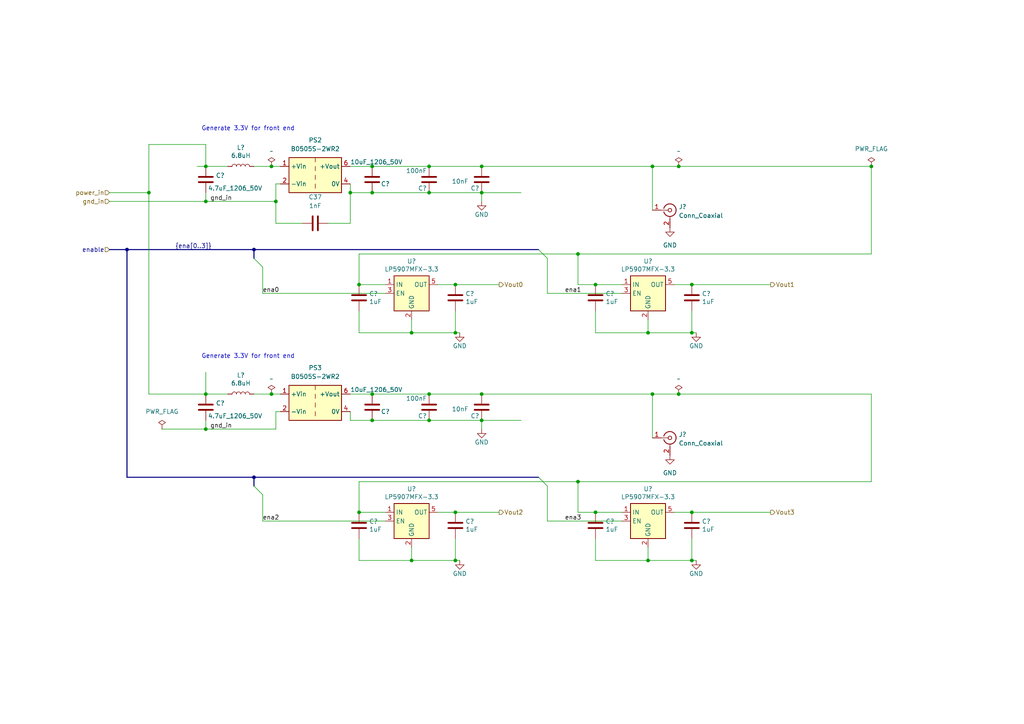
<source format=kicad_sch>
(kicad_sch (version 20230121) (generator eeschema)
  (paper "A4")
  (lib_symbols
    (symbol "0JLC-6:10uF_1206_50V" (pin_numbers hide) (pin_names (offset 0.254))
      (property "Reference" "C" (at 0.635 2.54 0))
      (property "Value" "10uF_1206_50V" (at 0.635 -2.54 0))
      (symbol "10uF_1206_50V_0_1"
        (polyline (pts (xy -2.032 -0.762) (xy 2.032 -0.762)) (stroke (width 0.508)))
        (polyline (pts (xy -2.032 0.762) (xy 2.032 0.762)) (stroke (width 0.508)))
      )
      (symbol "10uF_1206_50V_1_1"
        (pin passive line (at 0 3.81 270) (length 2.794) (name "~") (number "1"))
        (pin passive line (at 0 -3.81 90) (length 2.794) (name "~") (number "2"))
      )
    )
    (symbol "0JLC-6:1uF" (pin_numbers hide) (pin_names (offset 0.254))
      (property "Reference" "C" (at 0.635 2.54 0))
      (property "Value" "1uF" (at 0.635 -2.54 0))
      (symbol "1uF_0_1"
        (polyline (pts (xy -2.032 -0.762) (xy 2.032 -0.762)) (stroke (width 0.508)))
        (polyline (pts (xy -2.032 0.762) (xy 2.032 0.762)) (stroke (width 0.508)))
      )
      (symbol "1uF_1_1"
        (pin passive line (at 0 3.81 270) (length 2.794) (name "~") (number "1"))
        (pin passive line (at 0 -3.81 90) (length 2.794) (name "~") (number "2"))
      )
    )
    (symbol "0JLC-6:4.7uF_1206_50V" (pin_numbers hide) (pin_names (offset 0.254))
      (property "Reference" "C" (at 0.635 2.54 0))
      (property "Value" "4.7uF_1206_50V" (at 0.635 -2.54 0))
      (symbol "4.7uF_1206_50V_0_1"
        (polyline (pts (xy -2.032 -0.762) (xy 2.032 -0.762)) (stroke (width 0.508)))
        (polyline (pts (xy -2.032 0.762) (xy 2.032 0.762)) (stroke (width 0.508)))
      )
      (symbol "4.7uF_1206_50V_1_1"
        (pin passive line (at 0 3.81 270) (length 2.794) (name "~") (number "1"))
        (pin passive line (at 0 -3.81 90) (length 2.794) (name "~") (number "2"))
      )
    )
    (symbol "0JLC-6:C" (pin_numbers hide) (pin_names (offset 0.254))
      (property "Reference" "C" (at 0.635 2.54 0))
      (property "Value" "C" (at 0.635 -2.54 0))
      (symbol "C_0_1"
        (polyline (pts (xy -2.032 -0.762) (xy 2.032 -0.762)) (stroke (width 0.508)))
        (polyline (pts (xy -2.032 0.762) (xy 2.032 0.762)) (stroke (width 0.508)))
      )
      (symbol "C_1_1"
        (pin passive line (at 0 3.81 270) (length 2.794) (name "~") (number "1"))
        (pin passive line (at 0 -3.81 90) (length 2.794) (name "~") (number "2"))
      )
    )
    (symbol "0JLC-6:LP5907MFX-3.3"
      (property "Reference" "U" (at -3.81 6.35 0))
      (property "Value" "LP5907MFX-3.3" (at 6.35 6.35 0))
      (symbol "LP5907MFX-3.3_0_1"
        (rectangle (start -5.08 -5.08) (end 5.08 5.08) (stroke (width 0.254)) (fill (type background)))
        (pin power_in line (at -7.62 2.54 0) (length 2.54) (name "IN") (number "1"))
        (pin power_in line (at 0 -7.62 90) (length 2.54) (name "GND") (number "2"))
        (pin input line (at -7.62 0 0) (length 2.54) (name "EN") (number "3"))
        (pin no_connect line (at 5.08 0 180) (length 2.54) hide (name "NC") (number "4"))
        (pin power_out line (at 7.62 2.54 180) (length 2.54) (name "OUT") (number "5"))
      )
    )
    (symbol "0JLC-7:100nF" (pin_numbers hide) (pin_names (offset 0.254))
      (property "Reference" "C8" (at -3.81 -1.2701 0))
      (property "Value" "100nF" (at -3.81 1.2699 0))
      (symbol "100nF_0_1"
        (polyline (pts (xy -2.032 -0.762) (xy 2.032 -0.762)) (stroke (width 0.508)))
        (polyline (pts (xy -2.032 0.762) (xy 2.032 0.762)) (stroke (width 0.508)))
      )
      (symbol "100nF_1_1"
        (pin passive line (at 0 3.81 270) (length 2.794) (name "~") (number "1"))
        (pin passive line (at 0 -3.81 90) (length 2.794) (name "~") (number "2"))
      )
    )
    (symbol "0JLC-7:B0505S-2WR2"
      (property "Reference" "PS?" (at 0 9.3218 0))
      (property "Value" "B0505S-2WR2" (at 0 7.0104 0))
      (symbol "B0505S-2WR2_0_1"
        (rectangle (start -7.62 5.08) (end 7.62 -5.08) (stroke (width 0.254)) (fill (type background)))
        (polyline (pts (xy 0 -2.54) (xy 0 -3.81)))
        (polyline (pts (xy 0 0) (xy 0 -1.27)))
        (polyline (pts (xy 0 2.54) (xy 0 1.27)))
        (polyline (pts (xy 0 5.08) (xy 0 3.81)))
      )
      (symbol "B0505S-2WR2_1_0"
        (pin power_in line (at -10.16 2.54 0) (length 2.54) (name "+Vin") (number "1"))
        (pin power_in line (at -10.16 -2.54 0) (length 2.54) (name "-Vin") (number "2"))
        (pin power_out line (at 10.16 -2.54 180) (length 2.54) (name "0V") (number "4"))
        (pin power_out line (at 10.16 2.54 180) (length 2.54) (name "+Vout") (number "6"))
      )
    )
    (symbol "0JLC-7:L_6.8uH_NLCV32T" (pin_numbers hide) (pin_names (offset 1.016) hide)
      (property "Reference" "L?" (at 0 5.08 0))
      (property "Value" "6.8uH" (at 0 2.54 0))
      (symbol "L_6.8uH_NLCV32T_0_1"
        (arc (start -1.27 0) (mid -1.905 0.6323) (end -2.54 0))
        (arc (start 0 0) (mid -0.635 0.6323) (end -1.27 0))
        (arc (start 1.27 0) (mid 0.635 0.6323) (end 0 0))
        (arc (start 2.54 0) (mid 1.905 0.6323) (end 1.27 0))
      )
      (symbol "L_6.8uH_NLCV32T_1_1"
        (pin passive line (at -3.81 0 0) (length 1.27) (name "1") (number "1"))
        (pin passive line (at 3.81 0 180) (length 1.27) (name "2") (number "2"))
      )
    )
    (symbol "Connector:Conn_Coaxial" (pin_names (offset 1.016) hide)
      (property "Reference" "J" (at 0.254 3.048 0))
      (property "Value" "Conn_Coaxial" (at 2.921 0 90))
      (symbol "Conn_Coaxial_0_1"
        (arc (start -1.778 -0.508) (mid 0.2311 -1.8066) (end 1.778 0) (stroke (width 0.254)))
        (polyline (pts (xy -2.54 0) (xy -0.508 0)))
        (polyline (pts (xy 0 -2.54) (xy 0 -1.778)))
        (circle (center 0 0) (radius 0.508) (stroke (width 0.2032)))
        (arc (start 1.778 0) (mid 0.2099 1.8101) (end -1.778 0.508) (stroke (width 0.254)))
      )
      (symbol "Conn_Coaxial_1_1"
        (pin passive line (at -5.08 0 0) (length 2.54) (name "In") (number "1"))
        (pin passive line (at 0 -5.08 90) (length 2.54) (name "Ext") (number "2"))
      )
    )
    (symbol "Device:C" (pin_numbers hide) (pin_names (offset 0.254))
      (property "Reference" "C" (at 0.635 2.54 0))
      (property "Value" "C" (at 0.635 -2.54 0))
      (symbol "C_0_1"
        (polyline (pts (xy -2.032 -0.762) (xy 2.032 -0.762)) (stroke (width 0.508)))
        (polyline (pts (xy -2.032 0.762) (xy 2.032 0.762)) (stroke (width 0.508)))
      )
      (symbol "C_1_1"
        (pin passive line (at 0 3.81 270) (length 2.794) (name "~") (number "1"))
        (pin passive line (at 0 -3.81 90) (length 2.794) (name "~") (number "2"))
      )
    )
    (symbol "power:GND" (power) (pin_names (offset 0))
      (property "Value" "GND" (at 0 -3.81 0))
      (symbol "GND_0_1"
        (polyline (pts (xy 0 0) (xy 0 -1.27) (xy 1.27 -1.27) (xy 0 -2.54) (xy -1.27 -1.27) (xy 0 -1.27)))
      )
      (symbol "GND_1_1"
        (pin power_in line (at 0 0 270) (length 0) hide (name "GND") (number "1"))
      )
    )
    (symbol "power:PWR_FLAG" (power) (pin_numbers hide) (pin_names (offset 0) hide)
      (property "Value" "PWR_FLAG" (at 0 3.81 0))
      (symbol "PWR_FLAG_0_0"
        (pin power_out line (at 0 0 90) (length 0) (name "pwr") (number "1"))
      )
      (symbol "PWR_FLAG_0_1"
        (polyline (pts (xy 0 0) (xy 0 1.27) (xy -1.016 1.905) (xy 0 2.54) (xy 1.016 1.905) (xy 0 1.27)))
      )
    )
  )
  (junction (at 43.18 55.88))
  (junction (at 196.85 114.3))
  (junction (at 124.46 121.92))
  (junction (at 200.66 148.59))
  (junction (at 139.7 121.92))
  (junction (at 139.7 48.26))
  (junction (at 107.95 48.26))
  (junction (at 132.08 148.59))
  (junction (at 119.38 162.56))
  (junction (at 252.73 48.26))
  (junction (at 139.7 55.88))
  (junction (at 172.72 82.55))
  (junction (at 139.7 114.3))
  (junction (at 59.69 124.46))
  (junction (at 189.23 114.3))
  (junction (at 73.66 72.39))
  (junction (at 104.14 82.55))
  (junction (at 167.64 73.66))
  (junction (at 124.46 114.3))
  (junction (at 196.85 48.26))
  (junction (at 78.74 48.26))
  (junction (at 73.66 138.43))
  (junction (at 124.46 55.88))
  (junction (at 167.64 139.7))
  (junction (at 104.14 148.59))
  (junction (at 107.95 121.92))
  (junction (at 187.96 96.52))
  (junction (at 36.83 72.39))
  (junction (at 119.38 96.52))
  (junction (at 132.08 162.56))
  (junction (at 59.69 58.42))
  (junction (at 200.66 96.52))
  (junction (at 189.23 48.26))
  (junction (at 101.6 55.88))
  (junction (at 107.95 114.3))
  (junction (at 172.72 148.59))
  (junction (at 200.66 82.55))
  (junction (at 132.08 82.55))
  (junction (at 107.95 55.88))
  (junction (at 132.08 96.52))
  (junction (at 80.01 58.42))
  (junction (at 124.46 48.26))
  (junction (at 59.69 48.26))
  (junction (at 187.96 162.56))
  (junction (at 78.74 114.3))
  (junction (at 200.66 162.56))
  (junction (at 59.69 114.3))
  (bus_entry (at 156.21 138.43) (size 2.54 2.54))
  (bus_entry (at 73.66 74.93) (size 2.54 2.54))
  (bus_entry (at 156.21 72.39) (size 2.54 2.54))
  (bus_entry (at 73.66 140.97) (size 2.54 2.54))
  (wire (pts (xy 104.14 162.56) (xy 104.14 156.21)))
  (wire (pts (xy 43.18 55.88) (xy 43.18 114.3)))
  (wire (pts (xy 139.7 121.92) (xy 151.13 121.92)))
  (wire (pts (xy 172.72 162.56) (xy 172.72 156.21)))
  (wire (pts (xy 57.15 48.26) (xy 59.69 48.26)))
  (wire (pts (xy 59.69 41.91) (xy 43.18 41.91)))
  (wire (pts (xy 139.7 55.88) (xy 151.13 55.88)))
  (wire (pts (xy 200.66 90.17) (xy 200.66 96.52)))
  (wire (pts (xy 200.66 156.21) (xy 200.66 162.56)))
  (wire (pts (xy 132.08 148.59) (xy 144.78 148.59)))
  (wire (pts (xy 158.75 151.13) (xy 180.34 151.13)))
  (wire (pts (xy 76.2 151.13) (xy 111.76 151.13)))
  (wire (pts (xy 76.2 77.47) (xy 76.2 85.09)))
  (wire (pts (xy 124.46 55.88) (xy 139.7 55.88)))
  (wire (pts (xy 167.64 139.7) (xy 104.14 139.7)))
  (wire (pts (xy 119.38 96.52) (xy 132.08 96.52)))
  (wire (pts (xy 87.63 64.77) (xy 80.01 64.77)))
  (wire (pts (xy 187.96 162.56) (xy 172.72 162.56)))
  (wire (pts (xy 200.66 148.59) (xy 223.52 148.59)))
  (wire (pts (xy 167.64 139.7) (xy 167.64 148.59)))
  (wire (pts (xy 80.01 58.42) (xy 59.69 58.42)))
  (bus (pts (xy 36.83 72.39) (xy 73.66 72.39)))
  (wire (pts (xy 31.75 55.88) (xy 43.18 55.88)))
  (wire (pts (xy 101.6 53.34) (xy 101.6 55.88)))
  (wire (pts (xy 59.69 48.26) (xy 59.69 41.91)))
  (wire (pts (xy 76.2 85.09) (xy 111.76 85.09)))
  (wire (pts (xy 187.96 162.56) (xy 200.66 162.56)))
  (wire (pts (xy 101.6 121.92) (xy 107.95 121.92)))
  (wire (pts (xy 252.73 114.3) (xy 252.73 139.7)))
  (wire (pts (xy 167.64 73.66) (xy 104.14 73.66)))
  (wire (pts (xy 119.38 92.71) (xy 119.38 96.52)))
  (wire (pts (xy 124.46 55.88) (xy 107.95 55.88)))
  (wire (pts (xy 196.85 48.26) (xy 252.73 48.26)))
  (wire (pts (xy 139.7 114.3) (xy 189.23 114.3)))
  (wire (pts (xy 189.23 127) (xy 189.23 114.3)))
  (wire (pts (xy 104.14 139.7) (xy 104.14 148.59)))
  (wire (pts (xy 252.73 48.26) (xy 252.73 73.66)))
  (wire (pts (xy 158.75 74.93) (xy 158.75 85.09)))
  (wire (pts (xy 200.66 82.55) (xy 195.58 82.55)))
  (wire (pts (xy 80.01 64.77) (xy 80.01 58.42)))
  (wire (pts (xy 200.66 96.52) (xy 201.93 96.52)))
  (wire (pts (xy 252.73 73.66) (xy 167.64 73.66)))
  (wire (pts (xy 124.46 121.92) (xy 107.95 121.92)))
  (wire (pts (xy 95.25 64.77) (xy 101.6 64.77)))
  (wire (pts (xy 132.08 148.59) (xy 127 148.59)))
  (wire (pts (xy 167.64 73.66) (xy 167.64 82.55)))
  (wire (pts (xy 132.08 82.55) (xy 144.78 82.55)))
  (wire (pts (xy 76.2 143.51) (xy 76.2 151.13)))
  (wire (pts (xy 119.38 158.75) (xy 119.38 162.56)))
  (wire (pts (xy 172.72 148.59) (xy 180.34 148.59)))
  (wire (pts (xy 132.08 82.55) (xy 127 82.55)))
  (bus (pts (xy 73.66 72.39) (xy 73.66 74.93)))
  (wire (pts (xy 80.01 124.46) (xy 59.69 124.46)))
  (wire (pts (xy 59.69 114.3) (xy 66.04 114.3)))
  (bus (pts (xy 36.83 72.39) (xy 36.83 138.43)))
  (wire (pts (xy 187.96 96.52) (xy 200.66 96.52)))
  (wire (pts (xy 59.69 48.26) (xy 66.04 48.26)))
  (wire (pts (xy 73.66 48.26) (xy 78.74 48.26)))
  (wire (pts (xy 132.08 156.21) (xy 132.08 162.56)))
  (wire (pts (xy 107.95 48.26) (xy 124.46 48.26)))
  (wire (pts (xy 101.6 114.3) (xy 107.95 114.3)))
  (wire (pts (xy 158.75 85.09) (xy 180.34 85.09)))
  (wire (pts (xy 200.66 162.56) (xy 201.93 162.56)))
  (wire (pts (xy 167.64 148.59) (xy 172.72 148.59)))
  (wire (pts (xy 80.01 53.34) (xy 80.01 58.42)))
  (wire (pts (xy 196.85 114.3) (xy 252.73 114.3)))
  (wire (pts (xy 139.7 124.46) (xy 139.7 121.92)))
  (wire (pts (xy 187.96 158.75) (xy 187.96 162.56)))
  (wire (pts (xy 252.73 139.7) (xy 167.64 139.7)))
  (wire (pts (xy 124.46 48.26) (xy 139.7 48.26)))
  (wire (pts (xy 46.99 124.46) (xy 59.69 124.46)))
  (wire (pts (xy 101.6 55.88) (xy 107.95 55.88)))
  (wire (pts (xy 119.38 96.52) (xy 104.14 96.52)))
  (wire (pts (xy 187.96 96.52) (xy 172.72 96.52)))
  (bus (pts (xy 31.75 72.39) (xy 36.83 72.39)))
  (wire (pts (xy 104.14 96.52) (xy 104.14 90.17)))
  (wire (pts (xy 124.46 121.92) (xy 139.7 121.92)))
  (wire (pts (xy 80.01 119.38) (xy 80.01 124.46)))
  (wire (pts (xy 43.18 41.91) (xy 43.18 55.88)))
  (wire (pts (xy 104.14 148.59) (xy 111.76 148.59)))
  (wire (pts (xy 59.69 55.88) (xy 59.69 58.42)))
  (wire (pts (xy 101.6 119.38) (xy 101.6 121.92)))
  (wire (pts (xy 172.72 82.55) (xy 180.34 82.55)))
  (bus (pts (xy 73.66 138.43) (xy 73.66 140.97)))
  (wire (pts (xy 81.28 53.34) (xy 80.01 53.34)))
  (wire (pts (xy 59.69 121.92) (xy 59.69 124.46)))
  (wire (pts (xy 189.23 48.26) (xy 196.85 48.26)))
  (wire (pts (xy 104.14 73.66) (xy 104.14 82.55)))
  (bus (pts (xy 36.83 138.43) (xy 73.66 138.43)))
  (wire (pts (xy 119.38 162.56) (xy 132.08 162.56)))
  (wire (pts (xy 200.66 82.55) (xy 223.52 82.55)))
  (wire (pts (xy 119.38 162.56) (xy 104.14 162.56)))
  (wire (pts (xy 189.23 60.96) (xy 189.23 48.26)))
  (bus (pts (xy 73.66 138.43) (xy 156.21 138.43)))
  (wire (pts (xy 132.08 90.17) (xy 132.08 96.52)))
  (wire (pts (xy 43.18 114.3) (xy 59.69 114.3)))
  (wire (pts (xy 139.7 58.42) (xy 139.7 55.88)))
  (wire (pts (xy 187.96 92.71) (xy 187.96 96.52)))
  (wire (pts (xy 101.6 48.26) (xy 107.95 48.26)))
  (wire (pts (xy 132.08 162.56) (xy 133.35 162.56)))
  (wire (pts (xy 81.28 119.38) (xy 80.01 119.38)))
  (wire (pts (xy 132.08 96.52) (xy 133.35 96.52)))
  (bus (pts (xy 73.66 72.39) (xy 156.21 72.39)))
  (wire (pts (xy 158.75 140.97) (xy 158.75 151.13)))
  (wire (pts (xy 104.14 82.55) (xy 111.76 82.55)))
  (wire (pts (xy 31.75 58.42) (xy 59.69 58.42)))
  (wire (pts (xy 167.64 82.55) (xy 172.72 82.55)))
  (wire (pts (xy 78.74 48.26) (xy 81.28 48.26)))
  (wire (pts (xy 73.66 114.3) (xy 78.74 114.3)))
  (wire (pts (xy 200.66 148.59) (xy 195.58 148.59)))
  (wire (pts (xy 107.95 114.3) (xy 124.46 114.3)))
  (wire (pts (xy 78.74 114.3) (xy 81.28 114.3)))
  (wire (pts (xy 189.23 114.3) (xy 196.85 114.3)))
  (wire (pts (xy 101.6 64.77) (xy 101.6 55.88)))
  (wire (pts (xy 139.7 48.26) (xy 189.23 48.26)))
  (wire (pts (xy 172.72 96.52) (xy 172.72 90.17)))
  (wire (pts (xy 59.69 114.3) (xy 59.69 107.95)))
  (wire (pts (xy 124.46 114.3) (xy 139.7 114.3)))
  (text "Generate 3.3V for front end" (at 58.42 38.1 0) (effects (font (size 1.27 1.27)) (justify left bottom)))
  (text "Generate 3.3V for front end" (at 58.42 104.14 0) (effects (font (size 1.27 1.27)) (justify left bottom)))
  (label "ena3" (at 163.83 151.13 0))
  (label "ena1" (at 163.83 85.09 0))
  (label "gnd_in" (at 60.96 124.46 0))
  (label "ena0" (at 76.2 85.09 0))
  (label "gnd_in" (at 60.96 58.42 0))
  (label "{ena[0..3]}" (at 50.8 72.39 0))
  (label "ena2" (at 76.2 151.13 0))
  (hierarchical_label "gnd_in" (shape input) (at 31.75 58.42 180))
  (hierarchical_label "Vout0" (shape output) (at 144.78 82.55 0))
  (hierarchical_label "enable" (shape input) (at 31.75 72.39 180))
  (hierarchical_label "Vout3" (shape output) (at 223.52 148.59 0))
  (hierarchical_label "Vout2" (shape output) (at 144.78 148.59 0))
  (hierarchical_label "power_in" (shape input) (at 31.75 55.88 180))
  (hierarchical_label "Vout1" (shape output) (at 223.52 82.55 0))
  (symbol (lib_id "0JLC-6:LP5907MFX-3.3") (at 119.38 151.13 0) (unit 1)
    (property "Reference" "U?" (at 119.38 141.8082 0))
    (property "Value" "LP5907MFX-3.3" (at 119.38 144.1196 0))
    (property "Footprint" "Package_TO_SOT_SMD:SOT-23-5" (effects hide))
    (property "Datasheet" "http://www.ti.com/lit/ds/symlink/lp5907.pdf" (effects hide))
    (property "LCSC" "C80670" (effects hide))
    (property "MPN" "LP5907MFX-3.3/NOPB" (effects hide))
    (property "JLCPCB Rotation Offset" "180" (effects hide))
    (instances (project "uart_mux_v3" (path "" (reference "U?") (unit 1)) (path "" (reference "U10") (unit 1))))
  )
  (symbol (lib_id "0JLC-7:B0505S-2WR2") (at 91.44 116.84 0) (unit 1)
    (property "Reference" "PS3" (at 91.44 106.68 0))
    (property "Value" "B0505S-2WR2" (at 91.44 109.22 0))
    (property "Footprint" "0my_footprints7:PWRM-TH_B0505S-2WR2_C2992385" (effects hide))
    (property "MPN" "B0505S-2WR2" (effects hide))
    (property "LCSC" "C2992385" (effects hide))
    (property "JLCPCB Rotation Offset" "0" (effects hide))
    (property "JLCPCB Position Offset" "0,0" (effects hide))
  )
  (symbol (lib_id "0JLC-6:10uF_1206_50V") (at 107.95 118.11 0) (unit 1)
    (property "Reference" "C?" (at 110.49 119.38 0) (effects (justify left)))
    (property "Value" "10uF_1206_50V" (at 101.6 113.03 0) (effects (justify left)))
    (property "Footprint" "Capacitor_SMD:C_1206_3216Metric_Pad1.33x1.80mm_HandSolder" (effects hide))
    (property "LCSC" "C13585" (effects hide))
    (property "MPN" "CL31A106KBHNNNE" (effects hide))
    (instances (project "uart_mux_v3" (path "" (reference "C?") (unit 1)) (path "" (reference "C22") (unit 1))) (project "sq_lockin_v9" (path "" (reference "C32") (unit 1))))
  )
  (symbol (lib_id "power:PWR_FLAG") (at 252.73 48.26 0) (unit 1)
    (property "Reference" "#FLG09" (effects hide))
    (property "Value" "PWR_FLAG" (at 252.73 43.18 0))
  )
  (symbol (lib_id "0JLC-6:1uF") (at 200.66 86.36 0) (unit 1)
    (property "Reference" "C?" (at 203.581 85.1916 0) (effects (justify left)))
    (property "Value" "1uF" (at 203.581 87.503 0) (effects (justify left)))
    (property "Footprint" "Capacitor_SMD:C_0603_1608Metric_Pad1.08x0.95mm_HandSolder" (effects hide))
    (property "LCSC" "C15849" (effects hide))
    (property "MPN" "CL10A105KB8NNNC" (effects hide))
    (instances (project "uart_mux_v3" (path "" (reference "C?") (unit 1)) (path "" (reference "C33") (unit 1))))
  )
  (symbol (lib_id "power:GND") (at 201.93 162.56 0) (unit 1)
    (property "Reference" "#PWR?" (effects hide))
    (property "Value" "GND" (at 201.93 166.37 0))
    (instances (project "uart_mux_v3" (path "" (reference "#PWR?") (unit 1)) (path "" (reference "#PWR042") (unit 1))))
  )
  (symbol (lib_id "0JLC-7:L_6.8uH_NLCV32T") (at 69.85 114.3 0) (mirror y) (unit 1)
    (property "Reference" "L?" (at 69.85 108.839 0))
    (property "Value" "6.8uH" (at 69.85 111.1504 0))
    (property "Footprint" "Inductor_SMD:L_1210_3225Metric_Pad1.42x2.65mm_HandSolder" (effects hide))
    (property "MPN" "NLCV32T-6R8M-PFR" (effects hide))
    (property "LCSC" "C87558" (effects hide))
    (property "Field5" "C87558 ; C87559" (effects hide))
    (instances (project "uart_mux_v3" (path "" (reference "L?") (unit 1)) (path "" (reference "L3") (unit 1))) (project "sq_lockin_v9" (path "" (reference "L1") (unit 1))))
  )
  (symbol (lib_id "0JLC-6:LP5907MFX-3.3") (at 187.96 85.09 0) (unit 1)
    (property "Reference" "U?" (at 187.96 75.7682 0))
    (property "Value" "LP5907MFX-3.3" (at 187.96 78.0796 0))
    (property "Footprint" "Package_TO_SOT_SMD:SOT-23-5" (effects hide))
    (property "Datasheet" "http://www.ti.com/lit/ds/symlink/lp5907.pdf" (effects hide))
    (property "LCSC" "C80670" (effects hide))
    (property "MPN" "LP5907MFX-3.3/NOPB" (effects hide))
    (property "JLCPCB Rotation Offset" "180" (effects hide))
    (instances (project "uart_mux_v3" (path "" (reference "U?") (unit 1)) (path "" (reference "U11") (unit 1))))
  )
  (symbol (lib_id "0JLC-7:100nF") (at 124.46 52.07 180) (unit 1)
    (property "Reference" "C?" (at 123.825 54.61 0) (effects (justify left)))
    (property "Value" "100nF" (at 123.825 49.53 0) (effects (justify left)))
    (property "Footprint" "Capacitor_SMD:C_0603_1608Metric_Pad1.08x0.95mm_HandSolder" (effects hide))
    (property "MFR" "Samsung" (effects hide))
    (property "MPN" "CC0603KRX7R9BB104" (effects hide))
    (property "SPURL" "-" (effects hide))
    (property "LCSC" "C14663" (effects hide))
    (instances (project "uart_mux_v3" (path "" (reference "C?") (unit 1)) (path "" (reference "C23") (unit 1))) (project "sq_lockin_v9" (path "" (reference "C34") (unit 1))))
  )
  (symbol (lib_id "power:GND") (at 139.7 58.42 0) (unit 1)
    (property "Reference" "#PWR?" (effects hide))
    (property "Value" "~" (at 139.7 62.23 0))
    (instances (project "uart_mux_v3" (path "" (reference "#PWR?") (unit 1)) (path "" (reference "#PWR035") (unit 1))) (project "sq_lockin_v9" (path "" (reference "#PWR058") (unit 1))))
  )
  (symbol (lib_id "0JLC-6:10uF_1206_50V") (at 107.95 52.07 0) (unit 1)
    (property "Reference" "C?" (at 110.49 53.34 0) (effects (justify left)))
    (property "Value" "10uF_1206_50V" (at 101.6 46.99 0) (effects (justify left)))
    (property "Footprint" "Capacitor_SMD:C_1206_3216Metric_Pad1.33x1.80mm_HandSolder" (effects hide))
    (property "LCSC" "C13585" (effects hide))
    (property "MPN" "CL31A106KBHNNNE" (effects hide))
    (instances (project "uart_mux_v3" (path "" (reference "C?") (unit 1)) (path "" (reference "C21") (unit 1))) (project "sq_lockin_v9" (path "" (reference "C32") (unit 1))))
  )
  (symbol (lib_id "0JLC-6:1uF") (at 104.14 86.36 0) (unit 1)
    (property "Reference" "C?" (at 107.061 85.1916 0) (effects (justify left)))
    (property "Value" "1uF" (at 107.061 87.503 0) (effects (justify left)))
    (property "Footprint" "Capacitor_SMD:C_0603_1608Metric_Pad1.08x0.95mm_HandSolder" (effects hide))
    (property "LCSC" "C15849" (effects hide))
    (property "MPN" "CL10A105KB8NNNC" (effects hide))
    (instances (project "uart_mux_v3" (path "" (reference "C?") (unit 1)) (path "" (reference "C19") (unit 1))))
  )
  (symbol (lib_id "0JLC-6:1uF") (at 132.08 86.36 0) (unit 1)
    (property "Reference" "C?" (at 135.001 85.1916 0) (effects (justify left)))
    (property "Value" "1uF" (at 135.001 87.503 0) (effects (justify left)))
    (property "Footprint" "Capacitor_SMD:C_0603_1608Metric_Pad1.08x0.95mm_HandSolder" (effects hide))
    (property "LCSC" "C15849" (effects hide))
    (property "MPN" "CL10A105KB8NNNC" (effects hide))
    (instances (project "uart_mux_v3" (path "" (reference "C?") (unit 1)) (path "" (reference "C25") (unit 1))))
  )
  (symbol (lib_id "0JLC-6:1uF") (at 172.72 152.4 0) (unit 1)
    (property "Reference" "C?" (at 175.641 151.2316 0) (effects (justify left)))
    (property "Value" "1uF" (at 175.641 153.543 0) (effects (justify left)))
    (property "Footprint" "Capacitor_SMD:C_0603_1608Metric_Pad1.08x0.95mm_HandSolder" (effects hide))
    (property "LCSC" "C15849" (effects hide))
    (property "MPN" "CL10A105KB8NNNC" (effects hide))
    (instances (project "uart_mux_v3" (path "" (reference "C?") (unit 1)) (path "" (reference "C32") (unit 1))))
  )
  (symbol (lib_id "0JLC-7:100nF") (at 124.46 118.11 180) (unit 1)
    (property "Reference" "C?" (at 123.825 120.65 0) (effects (justify left)))
    (property "Value" "100nF" (at 123.825 115.57 0) (effects (justify left)))
    (property "Footprint" "Capacitor_SMD:C_0603_1608Metric_Pad1.08x0.95mm_HandSolder" (effects hide))
    (property "MFR" "Samsung" (effects hide))
    (property "MPN" "CC0603KRX7R9BB104" (effects hide))
    (property "SPURL" "-" (effects hide))
    (property "LCSC" "C14663" (effects hide))
    (instances (project "uart_mux_v3" (path "" (reference "C?") (unit 1)) (path "" (reference "C24") (unit 1))) (project "sq_lockin_v9" (path "" (reference "C34") (unit 1))))
  )
  (symbol (lib_id "power:GND") (at 194.31 66.04 0) (unit 1)
    (property "Reference" "#PWR?" (effects hide))
    (property "Value" "GND" (at 194.31 71.12 0))
    (property "Footprint" "Connector_Coaxial:U.FL_Hirose_U.FL-R-SMT-1_Vertical" (effects hide))
    (instances (project "uart_mux_v3" (path "" (reference "#PWR?") (unit 1)) (path "" (reference "#PWR039") (unit 1))) (project "sq_lockin_v9" (path "" (reference "#PWR061") (unit 1))))
  )
  (symbol (lib_id "power:GND") (at 133.35 162.56 0) (unit 1)
    (property "Reference" "#PWR?" (effects hide))
    (property "Value" "GND" (at 133.35 166.37 0))
    (instances (project "uart_mux_v3" (path "" (reference "#PWR?") (unit 1)) (path "" (reference "#PWR034") (unit 1))))
  )
  (symbol (lib_id "power:GND") (at 201.93 96.52 0) (unit 1)
    (property "Reference" "#PWR?" (effects hide))
    (property "Value" "GND" (at 201.93 100.33 0))
    (instances (project "uart_mux_v3" (path "" (reference "#PWR?") (unit 1)) (path "" (reference "#PWR041") (unit 1))))
  )
  (symbol (lib_id "power:GND") (at 194.31 132.08 0) (unit 1)
    (property "Reference" "#PWR?" (effects hide))
    (property "Value" "GND" (at 194.31 137.16 0))
    (property "Footprint" "Connector_Coaxial:U.FL_Hirose_U.FL-R-SMT-1_Vertical" (effects hide))
    (instances (project "uart_mux_v3" (path "" (reference "#PWR?") (unit 1)) (path "" (reference "#PWR040") (unit 1))) (project "sq_lockin_v9" (path "" (reference "#PWR061") (unit 1))))
  )
  (symbol (lib_id "power:GND") (at 139.7 124.46 0) (unit 1)
    (property "Reference" "#PWR?" (effects hide))
    (property "Value" "~" (at 139.7 128.27 0))
    (instances (project "uart_mux_v3" (path "" (reference "#PWR?") (unit 1)) (path "" (reference "#PWR036") (unit 1))) (project "sq_lockin_v9" (path "" (reference "#PWR058") (unit 1))))
  )
  (symbol (lib_id "power:PWR_FLAG") (at 196.85 114.3 0) (unit 1)
    (property "Reference" "#FLG?" (effects hide))
    (property "Value" "~" (at 196.85 109.9058 0))
    (instances (project "uart_mux_v3" (path "" (reference "#FLG?") (unit 1)) (path "" (reference "#FLG08") (unit 1))) (project "sq_lockin_v9" (path "" (reference "#FLG08") (unit 1))))
  )
  (symbol (lib_id "0JLC-6:4.7uF_1206_50V") (at 59.69 52.07 0) (unit 1)
    (property "Reference" "C?" (at 62.611 50.9016 0) (effects (justify left)))
    (property "Value" "4.7uF_1206_50V" (at 60.325 54.61 0) (effects (justify left)))
    (property "Footprint" "Capacitor_SMD:C_1206_3216Metric_Pad1.33x1.80mm_HandSolder" (effects hide))
    (property "LCSC" "C29823" (effects hide))
    (property "MPN" "1206B475K500NT" (effects hide))
    (instances (project "uart_mux_v3" (path "" (reference "C?") (unit 1)) (path "" (reference "C17") (unit 1))) (project "sq_lockin_v9" (path "" (reference "C29") (unit 1))))
  )
  (symbol (lib_id "0JLC-6:C") (at 91.44 64.77 90) (unit 1)
    (property "Reference" "C37" (at 91.44 57.15 90))
    (property "Value" "1nF" (at 91.44 59.69 90))
    (property "Footprint" "Capacitor_SMD:C_0603_1608Metric_Pad1.08x0.95mm_HandSolder" (effects hide))
    (property "LCSC" "C100040" (effects hide))
    (property "MPN" "CC0603KRX7R9BB102" (effects hide))
  )
  (symbol (lib_id "0JLC-6:1uF") (at 200.66 152.4 0) (unit 1)
    (property "Reference" "C?" (at 203.581 151.2316 0) (effects (justify left)))
    (property "Value" "1uF" (at 203.581 153.543 0) (effects (justify left)))
    (property "Footprint" "Capacitor_SMD:C_0603_1608Metric_Pad1.08x0.95mm_HandSolder" (effects hide))
    (property "LCSC" "C15849" (effects hide))
    (property "MPN" "CL10A105KB8NNNC" (effects hide))
    (instances (project "uart_mux_v3" (path "" (reference "C?") (unit 1)) (path "" (reference "C34") (unit 1))))
  )
  (symbol (lib_id "power:PWR_FLAG") (at 78.74 114.3 0) (unit 1)
    (property "Reference" "#FLG?" (effects hide))
    (property "Value" "~" (at 78.74 109.9058 0))
    (instances (project "uart_mux_v3" (path "" (reference "#FLG?") (unit 1)) (path "" (reference "#FLG06") (unit 1))) (project "sq_lockin_v9" (path "" (reference "#FLG06") (unit 1))))
  )
  (symbol (lib_id "0JLC-6:LP5907MFX-3.3") (at 119.38 85.09 0) (unit 1)
    (property "Reference" "U?" (at 119.38 75.7682 0))
    (property "Value" "LP5907MFX-3.3" (at 119.38 78.0796 0))
    (property "Footprint" "Package_TO_SOT_SMD:SOT-23-5" (effects hide))
    (property "Datasheet" "http://www.ti.com/lit/ds/symlink/lp5907.pdf" (effects hide))
    (property "LCSC" "C80670" (effects hide))
    (property "MPN" "LP5907MFX-3.3/NOPB" (effects hide))
    (property "JLCPCB Rotation Offset" "180" (effects hide))
    (instances (project "uart_mux_v3" (path "" (reference "U?") (unit 1)) (path "" (reference "U9") (unit 1))))
  )
  (symbol (lib_id "Device:C") (at 139.7 118.11 180) (unit 1)
    (property "Reference" "C?" (at 139.065 120.65 0) (effects (justify left)))
    (property "Value" "10nF" (at 135.89 119.38 0) (effects (justify left top)))
    (property "Footprint" "Capacitor_SMD:C_0603_1608Metric_Pad1.08x0.95mm_HandSolder" (effects hide))
    (property "Datasheet" "0603B103K500NT" (effects hide))
    (property "MFR" "Samsung" (effects hide))
    (property "MPN" "0603B103K500NT" (effects hide))
    (property "LCSC" "C57112" (effects hide))
    (property "SPURL" "-" (effects hide))
    (instances (project "uart_mux_v3" (path "" (reference "C?") (unit 1)) (path "" (reference "C28") (unit 1))) (project "sq_lockin_v9" (path "" (reference "C36") (unit 1))))
  )
  (symbol (lib_id "0JLC-6:1uF") (at 172.72 86.36 0) (unit 1)
    (property "Reference" "C?" (at 175.641 85.1916 0) (effects (justify left)))
    (property "Value" "1uF" (at 175.641 87.503 0) (effects (justify left)))
    (property "Footprint" "Capacitor_SMD:C_0603_1608Metric_Pad1.08x0.95mm_HandSolder" (effects hide))
    (property "LCSC" "C15849" (effects hide))
    (property "MPN" "CL10A105KB8NNNC" (effects hide))
    (instances (project "uart_mux_v3" (path "" (reference "C?") (unit 1)) (path "" (reference "C31") (unit 1))))
  )
  (symbol (lib_id "Device:C") (at 139.7 52.07 180) (unit 1)
    (property "Reference" "C?" (at 139.065 54.61 0) (effects (justify left)))
    (property "Value" "10nF" (at 135.89 53.34 0) (effects (justify left top)))
    (property "Footprint" "Capacitor_SMD:C_0603_1608Metric_Pad1.08x0.95mm_HandSolder" (effects hide))
    (property "Datasheet" "0603B103K500NT" (effects hide))
    (property "MFR" "Samsung" (effects hide))
    (property "MPN" "0603B103K500NT" (effects hide))
    (property "LCSC" "C57112" (effects hide))
    (property "SPURL" "-" (effects hide))
    (instances (project "uart_mux_v3" (path "" (reference "C?") (unit 1)) (path "" (reference "C27") (unit 1))) (project "sq_lockin_v9" (path "" (reference "C36") (unit 1))))
  )
  (symbol (lib_id "Connector:Conn_Coaxial") (at 194.31 127 0) (unit 1)
    (property "Reference" "J?" (at 196.85 126.0231 0) (effects (justify left)))
    (property "Value" "Conn_Coaxial" (at 196.85 128.5631 0) (effects (justify left)))
    (property "Footprint" "Connector_Coaxial:U.FL_Hirose_U.FL-R-SMT-1_Vertical" (effects hide))
    (property "Datasheet" " ~" (effects hide))
    (property "LCSC" "C5137195" (effects hide))
    (instances (project "uart_mux_v3" (path "" (reference "J?") (unit 1)) (path "" (reference "J9") (unit 1))) (project "sq_lockin_v9" (path "" (reference "J12") (unit 1))))
  )
  (symbol (lib_id "0JLC-6:LP5907MFX-3.3") (at 187.96 151.13 0) (unit 1)
    (property "Reference" "U?" (at 187.96 141.8082 0))
    (property "Value" "LP5907MFX-3.3" (at 187.96 144.1196 0))
    (property "Footprint" "Package_TO_SOT_SMD:SOT-23-5" (effects hide))
    (property "Datasheet" "http://www.ti.com/lit/ds/symlink/lp5907.pdf" (effects hide))
    (property "LCSC" "C80670" (effects hide))
    (property "MPN" "LP5907MFX-3.3/NOPB" (effects hide))
    (property "JLCPCB Rotation Offset" "180" (effects hide))
    (instances (project "uart_mux_v3" (path "" (reference "U?") (unit 1)) (path "" (reference "U12") (unit 1))))
  )
  (symbol (lib_id "0JLC-6:1uF") (at 132.08 152.4 0) (unit 1)
    (property "Reference" "C?" (at 135.001 151.2316 0) (effects (justify left)))
    (property "Value" "1uF" (at 135.001 153.543 0) (effects (justify left)))
    (property "Footprint" "Capacitor_SMD:C_0603_1608Metric_Pad1.08x0.95mm_HandSolder" (effects hide))
    (property "LCSC" "C15849" (effects hide))
    (property "MPN" "CL10A105KB8NNNC" (effects hide))
    (instances (project "uart_mux_v3" (path "" (reference "C?") (unit 1)) (path "" (reference "C26") (unit 1))))
  )
  (symbol (lib_id "power:PWR_FLAG") (at 196.85 48.26 0) (unit 1)
    (property "Reference" "#FLG?" (effects hide))
    (property "Value" "~" (at 196.85 43.8658 0))
    (instances (project "uart_mux_v3" (path "" (reference "#FLG?") (unit 1)) (path "" (reference "#FLG07") (unit 1))) (project "sq_lockin_v9" (path "" (reference "#FLG08") (unit 1))))
  )
  (symbol (lib_id "0JLC-6:4.7uF_1206_50V") (at 59.69 118.11 0) (unit 1)
    (property "Reference" "C?" (at 62.611 116.9416 0) (effects (justify left)))
    (property "Value" "4.7uF_1206_50V" (at 60.325 120.65 0) (effects (justify left)))
    (property "Footprint" "Capacitor_SMD:C_1206_3216Metric_Pad1.33x1.80mm_HandSolder" (effects hide))
    (property "LCSC" "C29823" (effects hide))
    (property "MPN" "1206B475K500NT" (effects hide))
    (instances (project "uart_mux_v3" (path "" (reference "C?") (unit 1)) (path "" (reference "C18") (unit 1))) (project "sq_lockin_v9" (path "" (reference "C29") (unit 1))))
  )
  (symbol (lib_id "0JLC-6:1uF") (at 104.14 152.4 0) (unit 1)
    (property "Reference" "C?" (at 107.061 151.2316 0) (effects (justify left)))
    (property "Value" "1uF" (at 107.061 153.543 0) (effects (justify left)))
    (property "Footprint" "Capacitor_SMD:C_0603_1608Metric_Pad1.08x0.95mm_HandSolder" (effects hide))
    (property "LCSC" "C15849" (effects hide))
    (property "MPN" "CL10A105KB8NNNC" (effects hide))
    (instances (project "uart_mux_v3" (path "" (reference "C?") (unit 1)) (path "" (reference "C20") (unit 1))))
  )
  (symbol (lib_id "0JLC-7:B0505S-2WR2") (at 91.44 50.8 0) (unit 1)
    (property "Reference" "PS2" (at 91.44 40.64 0))
    (property "Value" "B0505S-2WR2" (at 91.44 43.18 0))
    (property "Footprint" "0my_footprints7:PWRM-TH_B0505S-2WR2_C2992385" (effects hide))
    (property "MPN" "B0505S-2WR2" (effects hide))
    (property "LCSC" "C2992385" (effects hide))
    (property "JLCPCB Rotation Offset" "0" (effects hide))
    (property "JLCPCB Position Offset" "0,0" (effects hide))
  )
  (symbol (lib_id "0JLC-7:L_6.8uH_NLCV32T") (at 69.85 48.26 0) (mirror y) (unit 1)
    (property "Reference" "L?" (at 69.85 42.799 0))
    (property "Value" "6.8uH" (at 69.85 45.1104 0))
    (property "Footprint" "Inductor_SMD:L_1210_3225Metric_Pad1.42x2.65mm_HandSolder" (effects hide))
    (property "MPN" "NLCV32T-6R8M-PFR" (effects hide))
    (property "LCSC" "C87558" (effects hide))
    (property "Field5" "C87558 ; C87559" (effects hide))
    (instances (project "uart_mux_v3" (path "" (reference "L?") (unit 1)) (path "" (reference "L2") (unit 1))) (project "sq_lockin_v9" (path "" (reference "L1") (unit 1))))
  )
  (symbol (lib_id "Connector:Conn_Coaxial") (at 194.31 60.96 0) (unit 1)
    (property "Reference" "J?" (at 196.85 59.9831 0) (effects (justify left)))
    (property "Value" "Conn_Coaxial" (at 196.85 62.5231 0) (effects (justify left)))
    (property "Footprint" "Connector_Coaxial:U.FL_Hirose_U.FL-R-SMT-1_Vertical" (effects hide))
    (property "Datasheet" " ~" (effects hide))
    (property "LCSC" "C5137195" (effects hide))
    (instances (project "uart_mux_v3" (path "" (reference "J?") (unit 1)) (path "" (reference "J8") (unit 1))) (project "sq_lockin_v9" (path "" (reference "J12") (unit 1))))
  )
  (symbol (lib_id "power:GND") (at 133.35 96.52 0) (unit 1)
    (property "Reference" "#PWR?" (effects hide))
    (property "Value" "GND" (at 133.35 100.33 0))
    (instances (project "uart_mux_v3" (path "" (reference "#PWR?") (unit 1)) (path "" (reference "#PWR033") (unit 1))))
  )
  (symbol (lib_id "power:PWR_FLAG") (at 46.99 124.46 0) (unit 1)
    (property "Reference" "#FLG010" (effects hide))
    (property "Value" "PWR_FLAG" (at 46.99 119.38 0))
  )
  (symbol (lib_id "power:PWR_FLAG") (at 78.74 48.26 0) (unit 1)
    (property "Reference" "#FLG?" (effects hide))
    (property "Value" "~" (at 78.74 43.8658 0))
    (instances (project "uart_mux_v3" (path "" (reference "#FLG?") (unit 1)) (path "" (reference "#FLG05") (unit 1))) (project "sq_lockin_v9" (path "" (reference "#FLG06") (unit 1))))
  )
)
</source>
